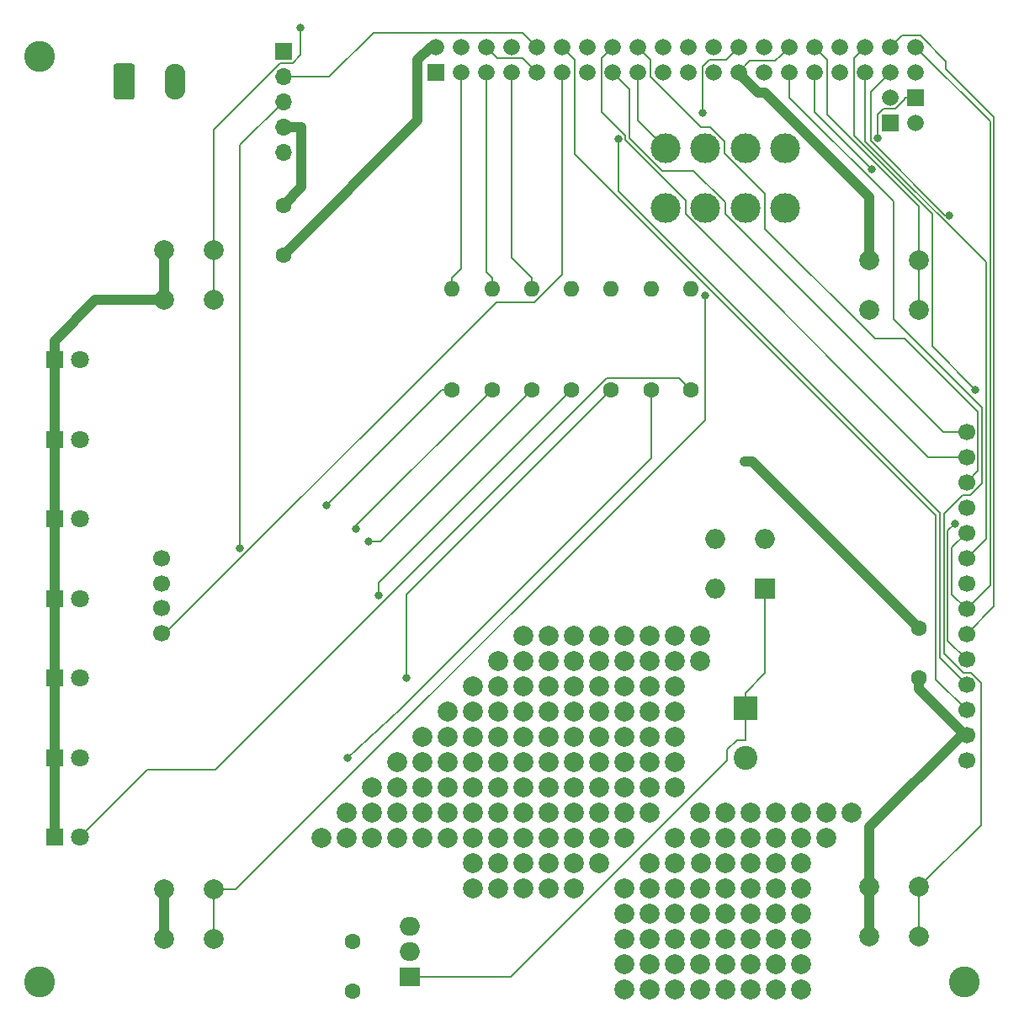
<source format=gbr>
G04 #@! TF.GenerationSoftware,KiCad,Pcbnew,5.0.1*
G04 #@! TF.CreationDate,2019-02-23T18:21:50+01:00*
G04 #@! TF.ProjectId,display,646973706C61792E6B696361645F7063,rev?*
G04 #@! TF.SameCoordinates,Original*
G04 #@! TF.FileFunction,Copper,L2,Bot,Signal*
G04 #@! TF.FilePolarity,Positive*
%FSLAX46Y46*%
G04 Gerber Fmt 4.6, Leading zero omitted, Abs format (unit mm)*
G04 Created by KiCad (PCBNEW 5.0.1) date Sat 23 Feb 2019 18:21:50 CET*
%MOMM*%
%LPD*%
G01*
G04 APERTURE LIST*
G04 #@! TA.AperFunction,ComponentPad*
%ADD10C,1.700000*%
G04 #@! TD*
G04 #@! TA.AperFunction,ComponentPad*
%ADD11C,2.000000*%
G04 #@! TD*
G04 #@! TA.AperFunction,ComponentPad*
%ADD12C,1.600000*%
G04 #@! TD*
G04 #@! TA.AperFunction,ComponentPad*
%ADD13R,1.800000X1.800000*%
G04 #@! TD*
G04 #@! TA.AperFunction,ComponentPad*
%ADD14C,1.800000*%
G04 #@! TD*
G04 #@! TA.AperFunction,ComponentPad*
%ADD15O,1.600000X1.600000*%
G04 #@! TD*
G04 #@! TA.AperFunction,ComponentPad*
%ADD16C,3.000000*%
G04 #@! TD*
G04 #@! TA.AperFunction,ComponentPad*
%ADD17R,2.400000X2.400000*%
G04 #@! TD*
G04 #@! TA.AperFunction,ComponentPad*
%ADD18C,2.400000*%
G04 #@! TD*
G04 #@! TA.AperFunction,ComponentPad*
%ADD19O,2.000000X2.000000*%
G04 #@! TD*
G04 #@! TA.AperFunction,ComponentPad*
%ADD20R,2.000000X2.000000*%
G04 #@! TD*
G04 #@! TA.AperFunction,ComponentPad*
%ADD21R,1.665000X1.665000*%
G04 #@! TD*
G04 #@! TA.AperFunction,ComponentPad*
%ADD22C,1.665000*%
G04 #@! TD*
G04 #@! TA.AperFunction,Conductor*
%ADD23C,0.100000*%
G04 #@! TD*
G04 #@! TA.AperFunction,ComponentPad*
%ADD24C,2.080000*%
G04 #@! TD*
G04 #@! TA.AperFunction,ComponentPad*
%ADD25O,2.080000X3.600000*%
G04 #@! TD*
G04 #@! TA.AperFunction,ComponentPad*
%ADD26R,1.700000X1.700000*%
G04 #@! TD*
G04 #@! TA.AperFunction,ComponentPad*
%ADD27O,1.700000X1.700000*%
G04 #@! TD*
G04 #@! TA.AperFunction,ComponentPad*
%ADD28O,2.000000X1.905000*%
G04 #@! TD*
G04 #@! TA.AperFunction,ComponentPad*
%ADD29R,2.000000X1.905000*%
G04 #@! TD*
G04 #@! TA.AperFunction,ViaPad*
%ADD30C,3.100000*%
G04 #@! TD*
G04 #@! TA.AperFunction,ViaPad*
%ADD31C,0.800000*%
G04 #@! TD*
G04 #@! TA.AperFunction,ViaPad*
%ADD32C,1.000000*%
G04 #@! TD*
G04 #@! TA.AperFunction,Conductor*
%ADD33C,0.200000*%
G04 #@! TD*
G04 #@! TA.AperFunction,Conductor*
%ADD34C,1.000000*%
G04 #@! TD*
G04 APERTURE END LIST*
D10*
G04 #@! TO.P,TFT\002A\002A,16*
G04 #@! TO.N,N/C*
X100750000Y-108940000D03*
G04 #@! TO.P,TFT\002A\002A,15*
X100750000Y-111480000D03*
G04 #@! TO.P,TFT\002A\002A,18*
X100750000Y-103940000D03*
G04 #@! TO.P,TFT\002A\002A,17*
X100750000Y-106480000D03*
G04 #@! TO.P,TFT\002A\002A,14*
X181750000Y-124260000D03*
G04 #@! TO.P,TFT\002A\002A,9*
X181750000Y-111560000D03*
G04 #@! TO.P,TFT\002A\002A,12*
X181750000Y-119180000D03*
G04 #@! TO.P,TFT\002A\002A,13*
X181750000Y-121720000D03*
G04 #@! TO.P,TFT\002A\002A,10*
X181750000Y-114100000D03*
G04 #@! TO.P,TFT\002A\002A,11*
X181750000Y-116640000D03*
G04 #@! TO.P,TFT\002A\002A,8*
X181750000Y-109020000D03*
G04 #@! TO.P,TFT\002A\002A,7*
X181750000Y-106480000D03*
G04 #@! TO.P,TFT\002A\002A,6*
X181750000Y-103940000D03*
G04 #@! TO.P,TFT\002A\002A,5*
X181750000Y-101400000D03*
G04 #@! TO.P,TFT\002A\002A,4*
X181750000Y-98860000D03*
G04 #@! TO.P,TFT\002A\002A,3*
X181750000Y-96320000D03*
G04 #@! TO.P,TFT\002A\002A,2*
X181750000Y-93780000D03*
G04 #@! TO.P,TFT\002A\002A,1*
X181750000Y-91240000D03*
G04 #@! TD*
D11*
G04 #@! TO.P,REF\002A\002A,1*
G04 #@! TO.N,GND*
X132080000Y-137160000D03*
G04 #@! TD*
G04 #@! TO.P,REF\002A\002A,1*
G04 #@! TO.N,GND*
X134620000Y-137160000D03*
G04 #@! TD*
G04 #@! TO.P,REF\002A\002A,1*
G04 #@! TO.N,GND*
X137160000Y-137160000D03*
G04 #@! TD*
G04 #@! TO.P,REF\002A\002A,1*
G04 #@! TO.N,GND*
X139700000Y-137160000D03*
G04 #@! TD*
G04 #@! TO.P,REF\002A\002A,1*
G04 #@! TO.N,GND*
X142240000Y-137160000D03*
G04 #@! TD*
G04 #@! TO.P,REF\002A\002A,1*
G04 #@! TO.N,+5V*
X144780000Y-134620000D03*
G04 #@! TD*
G04 #@! TO.P,REF\002A\002A,1*
G04 #@! TO.N,+5V*
X142240000Y-134620000D03*
G04 #@! TD*
G04 #@! TO.P,REF\002A\002A,1*
G04 #@! TO.N,+5V*
X139700000Y-134620000D03*
G04 #@! TD*
G04 #@! TO.P,REF\002A\002A,1*
G04 #@! TO.N,+5V*
X137160000Y-134620000D03*
G04 #@! TD*
G04 #@! TO.P,REF\002A\002A,1*
G04 #@! TO.N,+5V*
X134620000Y-134620000D03*
G04 #@! TD*
G04 #@! TO.P,REF\002A\002A,1*
G04 #@! TO.N,+5V*
X132080000Y-134620000D03*
G04 #@! TD*
G04 #@! TO.P,REF\002A\002A,1*
G04 #@! TO.N,GND*
X165100000Y-137160000D03*
G04 #@! TD*
G04 #@! TO.P,REF\002A\002A,1*
G04 #@! TO.N,GND*
X162560000Y-137160000D03*
G04 #@! TD*
G04 #@! TO.P,REF\002A\002A,1*
G04 #@! TO.N,GND*
X160020000Y-137160000D03*
G04 #@! TD*
G04 #@! TO.P,REF\002A\002A,1*
G04 #@! TO.N,GND*
X157480000Y-137160000D03*
G04 #@! TD*
G04 #@! TO.P,REF\002A\002A,1*
G04 #@! TO.N,GND*
X154940000Y-137160000D03*
G04 #@! TD*
G04 #@! TO.P,REF\002A\002A,1*
G04 #@! TO.N,GND*
X152400000Y-137160000D03*
G04 #@! TD*
G04 #@! TO.P,REF\002A\002A,1*
G04 #@! TO.N,GND*
X147320000Y-137160000D03*
G04 #@! TD*
G04 #@! TO.P,REF\002A\002A,1*
G04 #@! TO.N,GND*
X149860000Y-137160000D03*
G04 #@! TD*
G04 #@! TO.P,REF\002A\002A,1*
G04 #@! TO.N,+5V*
X165100000Y-134620000D03*
G04 #@! TD*
G04 #@! TO.P,REF\002A\002A,1*
G04 #@! TO.N,+5V*
X162560000Y-134620000D03*
G04 #@! TD*
G04 #@! TO.P,REF\002A\002A,1*
G04 #@! TO.N,+5V*
X160020000Y-134620000D03*
G04 #@! TD*
G04 #@! TO.P,REF\002A\002A,1*
G04 #@! TO.N,+5V*
X157480000Y-134620000D03*
G04 #@! TD*
G04 #@! TO.P,REF\002A\002A,1*
G04 #@! TO.N,+5V*
X155000000Y-134620000D03*
G04 #@! TD*
G04 #@! TO.P,REF\002A\002A,1*
G04 #@! TO.N,+5V*
X152400000Y-134620000D03*
G04 #@! TD*
G04 #@! TO.P,REF\002A\002A,1*
G04 #@! TO.N,+5V*
X149860000Y-134620000D03*
G04 #@! TD*
G04 #@! TO.P,REF\002A\002A,1*
G04 #@! TO.N,N/C*
X165100000Y-132080000D03*
G04 #@! TD*
G04 #@! TO.P,REF\002A\002A,1*
G04 #@! TO.N,N/C*
X154940000Y-132080000D03*
G04 #@! TD*
G04 #@! TO.P,REF\002A\002A,1*
G04 #@! TO.N,N/C*
X160020000Y-132080000D03*
G04 #@! TD*
G04 #@! TO.P,REF\002A\002A,1*
G04 #@! TO.N,N/C*
X157480000Y-132080000D03*
G04 #@! TD*
G04 #@! TO.P,REF\002A\002A,1*
G04 #@! TO.N,N/C*
X162560000Y-132080000D03*
G04 #@! TD*
G04 #@! TO.P,REF\002A\002A,1*
G04 #@! TO.N,N/C*
X152400000Y-132080000D03*
G04 #@! TD*
G04 #@! TO.P,REF\002A\002A,1*
G04 #@! TO.N,N/C*
X165100000Y-144780000D03*
G04 #@! TD*
G04 #@! TO.P,REF\002A\002A,1*
G04 #@! TO.N,N/C*
X162560000Y-142240000D03*
G04 #@! TD*
G04 #@! TO.P,REF\002A\002A,1*
G04 #@! TO.N,N/C*
X165100000Y-147320000D03*
G04 #@! TD*
G04 #@! TO.P,REF\002A\002A,1*
G04 #@! TO.N,N/C*
X160020000Y-144780000D03*
G04 #@! TD*
G04 #@! TO.P,REF\002A\002A,1*
G04 #@! TO.N,N/C*
X160020000Y-147320000D03*
G04 #@! TD*
G04 #@! TO.P,REF\002A\002A,1*
G04 #@! TO.N,N/C*
X162560000Y-147320000D03*
G04 #@! TD*
G04 #@! TO.P,REF\002A\002A,1*
G04 #@! TO.N,N/C*
X160020000Y-139700000D03*
G04 #@! TD*
G04 #@! TO.P,REF\002A\002A,1*
G04 #@! TO.N,N/C*
X157480000Y-147320000D03*
G04 #@! TD*
G04 #@! TO.P,REF\002A\002A,1*
G04 #@! TO.N,N/C*
X160020000Y-142240000D03*
G04 #@! TD*
G04 #@! TO.P,REF\002A\002A,1*
G04 #@! TO.N,N/C*
X165100000Y-142240000D03*
G04 #@! TD*
G04 #@! TO.P,REF\002A\002A,1*
G04 #@! TO.N,N/C*
X162560000Y-139700000D03*
G04 #@! TD*
G04 #@! TO.P,REF\002A\002A,1*
G04 #@! TO.N,N/C*
X157480000Y-139700000D03*
G04 #@! TD*
G04 #@! TO.P,REF\002A\002A,1*
G04 #@! TO.N,N/C*
X157480000Y-142240000D03*
G04 #@! TD*
G04 #@! TO.P,REF\002A\002A,1*
G04 #@! TO.N,N/C*
X165100000Y-139700000D03*
G04 #@! TD*
G04 #@! TO.P,REF\002A\002A,1*
G04 #@! TO.N,N/C*
X162560000Y-144780000D03*
G04 #@! TD*
G04 #@! TO.P,REF\002A\002A,1*
G04 #@! TO.N,N/C*
X157480000Y-144780000D03*
G04 #@! TD*
G04 #@! TO.P,REF\002A\002A,1*
G04 #@! TO.N,N/C*
X167640000Y-132080000D03*
G04 #@! TD*
G04 #@! TO.P,REF\002A\002A,1*
G04 #@! TO.N,N/C*
X124460000Y-124460000D03*
G04 #@! TD*
G04 #@! TO.P,REF\002A\002A,1*
G04 #@! TO.N,N/C*
X119380000Y-129540000D03*
G04 #@! TD*
G04 #@! TO.P,REF\002A\002A,1*
G04 #@! TO.N,N/C*
X121920000Y-127000000D03*
G04 #@! TD*
G04 #@! TO.P,REF\002A\002A,1*
G04 #@! TO.N,N/C*
X124460000Y-127000000D03*
G04 #@! TD*
G04 #@! TO.P,REF\002A\002A,1*
G04 #@! TO.N,N/C*
X121920000Y-129540000D03*
G04 #@! TD*
G04 #@! TO.P,REF\002A\002A,1*
G04 #@! TO.N,N/C*
X124460000Y-129540000D03*
G04 #@! TD*
G04 #@! TO.P,REF\002A\002A,1*
G04 #@! TO.N,N/C*
X167640000Y-129540000D03*
G04 #@! TD*
G04 #@! TO.P,REF\002A\002A,1*
G04 #@! TO.N,N/C*
X170180000Y-129540000D03*
G04 #@! TD*
G04 #@! TO.P,REF\002A\002A,1*
G04 #@! TO.N,N/C*
X162560000Y-129540000D03*
G04 #@! TD*
G04 #@! TO.P,REF\002A\002A,1*
G04 #@! TO.N,N/C*
X165100000Y-129540000D03*
G04 #@! TD*
G04 #@! TO.P,REF\002A\002A,1*
G04 #@! TO.N,N/C*
X157480000Y-129540000D03*
G04 #@! TD*
G04 #@! TO.P,REF\002A\002A,1*
G04 #@! TO.N,N/C*
X160020000Y-129540000D03*
G04 #@! TD*
G04 #@! TO.P,REF\002A\002A,1*
G04 #@! TO.N,N/C*
X142240000Y-132080000D03*
G04 #@! TD*
G04 #@! TO.P,REF\002A\002A,1*
G04 #@! TO.N,N/C*
X147320000Y-132080000D03*
G04 #@! TD*
G04 #@! TO.P,REF\002A\002A,1*
G04 #@! TO.N,N/C*
X144780000Y-132080000D03*
G04 #@! TD*
G04 #@! TO.P,REF\002A\002A,1*
G04 #@! TO.N,N/C*
X139700000Y-132080000D03*
G04 #@! TD*
G04 #@! TO.P,REF\002A\002A,1*
G04 #@! TO.N,N/C*
X129540000Y-132080000D03*
G04 #@! TD*
G04 #@! TO.P,REF\002A\002A,1*
G04 #@! TO.N,N/C*
X137160000Y-132080000D03*
G04 #@! TD*
G04 #@! TO.P,REF\002A\002A,1*
G04 #@! TO.N,N/C*
X134620000Y-132080000D03*
G04 #@! TD*
G04 #@! TO.P,REF\002A\002A,1*
G04 #@! TO.N,N/C*
X119380000Y-132080000D03*
G04 #@! TD*
G04 #@! TO.P,REF\002A\002A,1*
G04 #@! TO.N,N/C*
X127000000Y-132080000D03*
G04 #@! TD*
G04 #@! TO.P,REF\002A\002A,1*
G04 #@! TO.N,N/C*
X124460000Y-132080000D03*
G04 #@! TD*
G04 #@! TO.P,REF\002A\002A,1*
G04 #@! TO.N,N/C*
X132080000Y-132080000D03*
G04 #@! TD*
G04 #@! TO.P,REF\002A\002A,1*
G04 #@! TO.N,N/C*
X121920000Y-132080000D03*
G04 #@! TD*
G04 #@! TO.P,REF\002A\002A,1*
G04 #@! TO.N,N/C*
X116840000Y-132080000D03*
G04 #@! TD*
G04 #@! TO.P,REF\002A\002A,1*
G04 #@! TO.N,N/C*
X147320000Y-142240000D03*
G04 #@! TD*
G04 #@! TO.P,REF\002A\002A,1*
G04 #@! TO.N,N/C*
X149860000Y-147320000D03*
G04 #@! TD*
G04 #@! TO.P,REF\002A\002A,1*
G04 #@! TO.N,N/C*
X152400000Y-142240000D03*
G04 #@! TD*
G04 #@! TO.P,REF\002A\002A,1*
G04 #@! TO.N,N/C*
X154940000Y-139700000D03*
G04 #@! TD*
G04 #@! TO.P,REF\002A\002A,1*
G04 #@! TO.N,N/C*
X147320000Y-139700000D03*
G04 #@! TD*
G04 #@! TO.P,REF\002A\002A,1*
G04 #@! TO.N,N/C*
X147320000Y-147320000D03*
G04 #@! TD*
G04 #@! TO.P,REF\002A\002A,1*
G04 #@! TO.N,N/C*
X154940000Y-147320000D03*
G04 #@! TD*
G04 #@! TO.P,REF\002A\002A,1*
G04 #@! TO.N,N/C*
X152400000Y-144780000D03*
G04 #@! TD*
G04 #@! TO.P,REF\002A\002A,1*
G04 #@! TO.N,N/C*
X154940000Y-142240000D03*
G04 #@! TD*
G04 #@! TO.P,REF\002A\002A,1*
G04 #@! TO.N,N/C*
X152400000Y-139700000D03*
G04 #@! TD*
G04 #@! TO.P,REF\002A\002A,1*
G04 #@! TO.N,N/C*
X149860000Y-139700000D03*
G04 #@! TD*
G04 #@! TO.P,REF\002A\002A,1*
G04 #@! TO.N,N/C*
X152400000Y-147320000D03*
G04 #@! TD*
G04 #@! TO.P,REF\002A\002A,1*
G04 #@! TO.N,N/C*
X149860000Y-144780000D03*
G04 #@! TD*
G04 #@! TO.P,REF\002A\002A,1*
G04 #@! TO.N,N/C*
X147320000Y-144780000D03*
G04 #@! TD*
G04 #@! TO.P,REF\002A\002A,1*
G04 #@! TO.N,N/C*
X154940000Y-144780000D03*
G04 #@! TD*
G04 #@! TO.P,REF\002A\002A,1*
G04 #@! TO.N,N/C*
X149860000Y-142240000D03*
G04 #@! TD*
G04 #@! TO.P,REF\002A\002A,1*
G04 #@! TO.N,N/C*
X147320000Y-124460000D03*
G04 #@! TD*
G04 #@! TO.P,REF\002A\002A,1*
G04 #@! TO.N,N/C*
X149860000Y-129540000D03*
G04 #@! TD*
G04 #@! TO.P,REF\002A\002A,1*
G04 #@! TO.N,N/C*
X152400000Y-124460000D03*
G04 #@! TD*
G04 #@! TO.P,REF\002A\002A,1*
G04 #@! TO.N,N/C*
X147320000Y-121920000D03*
G04 #@! TD*
G04 #@! TO.P,REF\002A\002A,1*
G04 #@! TO.N,N/C*
X147320000Y-129540000D03*
G04 #@! TD*
G04 #@! TO.P,REF\002A\002A,1*
G04 #@! TO.N,N/C*
X154940000Y-129540000D03*
G04 #@! TD*
G04 #@! TO.P,REF\002A\002A,1*
G04 #@! TO.N,N/C*
X152400000Y-127000000D03*
G04 #@! TD*
G04 #@! TO.P,REF\002A\002A,1*
G04 #@! TO.N,N/C*
X152400000Y-121920000D03*
G04 #@! TD*
G04 #@! TO.P,REF\002A\002A,1*
G04 #@! TO.N,N/C*
X149860000Y-121920000D03*
G04 #@! TD*
G04 #@! TO.P,REF\002A\002A,1*
G04 #@! TO.N,N/C*
X149860000Y-127000000D03*
G04 #@! TD*
G04 #@! TO.P,REF\002A\002A,1*
G04 #@! TO.N,N/C*
X147320000Y-127000000D03*
G04 #@! TD*
G04 #@! TO.P,REF\002A\002A,1*
G04 #@! TO.N,N/C*
X149860000Y-124460000D03*
G04 #@! TD*
G04 #@! TO.P,REF\002A\002A,1*
G04 #@! TO.N,N/C*
X147320000Y-114300000D03*
G04 #@! TD*
G04 #@! TO.P,REF\002A\002A,1*
G04 #@! TO.N,N/C*
X149860000Y-119380000D03*
G04 #@! TD*
G04 #@! TO.P,REF\002A\002A,1*
G04 #@! TO.N,N/C*
X152400000Y-114300000D03*
G04 #@! TD*
G04 #@! TO.P,REF\002A\002A,1*
G04 #@! TO.N,N/C*
X154940000Y-111760000D03*
G04 #@! TD*
G04 #@! TO.P,REF\002A\002A,1*
G04 #@! TO.N,N/C*
X147320000Y-111760000D03*
G04 #@! TD*
G04 #@! TO.P,REF\002A\002A,1*
G04 #@! TO.N,N/C*
X147320000Y-119380000D03*
G04 #@! TD*
G04 #@! TO.P,REF\002A\002A,1*
G04 #@! TO.N,N/C*
X152400000Y-116840000D03*
G04 #@! TD*
G04 #@! TO.P,REF\002A\002A,1*
G04 #@! TO.N,N/C*
X154940000Y-114300000D03*
G04 #@! TD*
G04 #@! TO.P,REF\002A\002A,1*
G04 #@! TO.N,N/C*
X152400000Y-111760000D03*
G04 #@! TD*
G04 #@! TO.P,REF\002A\002A,1*
G04 #@! TO.N,N/C*
X149860000Y-111760000D03*
G04 #@! TD*
G04 #@! TO.P,REF\002A\002A,1*
G04 #@! TO.N,N/C*
X152400000Y-119380000D03*
G04 #@! TD*
G04 #@! TO.P,REF\002A\002A,1*
G04 #@! TO.N,N/C*
X149860000Y-116840000D03*
G04 #@! TD*
G04 #@! TO.P,REF\002A\002A,1*
G04 #@! TO.N,N/C*
X147320000Y-116840000D03*
G04 #@! TD*
G04 #@! TO.P,REF\002A\002A,1*
G04 #@! TO.N,N/C*
X149860000Y-114300000D03*
G04 #@! TD*
G04 #@! TO.P,REF\002A\002A,1*
G04 #@! TO.N,N/C*
X129540000Y-119380000D03*
G04 #@! TD*
G04 #@! TO.P,REF\002A\002A,1*
G04 #@! TO.N,N/C*
X134620000Y-119380000D03*
G04 #@! TD*
G04 #@! TO.P,REF\002A\002A,1*
G04 #@! TO.N,N/C*
X132080000Y-116840000D03*
G04 #@! TD*
G04 #@! TO.P,REF\002A\002A,1*
G04 #@! TO.N,N/C*
X134620000Y-114300000D03*
G04 #@! TD*
G04 #@! TO.P,REF\002A\002A,1*
G04 #@! TO.N,N/C*
X132080000Y-119380000D03*
G04 #@! TD*
G04 #@! TO.P,REF\002A\002A,1*
G04 #@! TO.N,N/C*
X134620000Y-116840000D03*
G04 #@! TD*
G04 #@! TO.P,REF\002A\002A,1*
G04 #@! TO.N,N/C*
X127000000Y-124460000D03*
G04 #@! TD*
G04 #@! TO.P,REF\002A\002A,1*
G04 #@! TO.N,N/C*
X129540000Y-129540000D03*
G04 #@! TD*
G04 #@! TO.P,REF\002A\002A,1*
G04 #@! TO.N,N/C*
X132080000Y-124460000D03*
G04 #@! TD*
G04 #@! TO.P,REF\002A\002A,1*
G04 #@! TO.N,N/C*
X134620000Y-121920000D03*
G04 #@! TD*
G04 #@! TO.P,REF\002A\002A,1*
G04 #@! TO.N,N/C*
X127000000Y-121920000D03*
G04 #@! TD*
G04 #@! TO.P,REF\002A\002A,1*
G04 #@! TO.N,N/C*
X127000000Y-129540000D03*
G04 #@! TD*
G04 #@! TO.P,REF\002A\002A,1*
G04 #@! TO.N,N/C*
X134620000Y-129540000D03*
G04 #@! TD*
G04 #@! TO.P,REF\002A\002A,1*
G04 #@! TO.N,N/C*
X132080000Y-127000000D03*
G04 #@! TD*
G04 #@! TO.P,REF\002A\002A,1*
G04 #@! TO.N,N/C*
X134620000Y-124460000D03*
G04 #@! TD*
G04 #@! TO.P,REF\002A\002A,1*
G04 #@! TO.N,N/C*
X132080000Y-121920000D03*
G04 #@! TD*
G04 #@! TO.P,REF\002A\002A,1*
G04 #@! TO.N,N/C*
X129540000Y-121920000D03*
G04 #@! TD*
G04 #@! TO.P,REF\002A\002A,1*
G04 #@! TO.N,N/C*
X132080000Y-129540000D03*
G04 #@! TD*
G04 #@! TO.P,REF\002A\002A,1*
G04 #@! TO.N,N/C*
X129540000Y-127000000D03*
G04 #@! TD*
G04 #@! TO.P,REF\002A\002A,1*
G04 #@! TO.N,N/C*
X127000000Y-127000000D03*
G04 #@! TD*
G04 #@! TO.P,REF\002A\002A,1*
G04 #@! TO.N,N/C*
X134620000Y-127000000D03*
G04 #@! TD*
G04 #@! TO.P,REF\002A\002A,1*
G04 #@! TO.N,N/C*
X129540000Y-124460000D03*
G04 #@! TD*
G04 #@! TO.P,REF\002A\002A,1*
G04 #@! TO.N,N/C*
X137160000Y-124460000D03*
G04 #@! TD*
G04 #@! TO.P,REF\002A\002A,1*
G04 #@! TO.N,N/C*
X139700000Y-129540000D03*
G04 #@! TD*
G04 #@! TO.P,REF\002A\002A,1*
G04 #@! TO.N,N/C*
X142240000Y-124460000D03*
G04 #@! TD*
G04 #@! TO.P,REF\002A\002A,1*
G04 #@! TO.N,N/C*
X144780000Y-121920000D03*
G04 #@! TD*
G04 #@! TO.P,REF\002A\002A,1*
G04 #@! TO.N,N/C*
X137160000Y-121920000D03*
G04 #@! TD*
G04 #@! TO.P,REF\002A\002A,1*
G04 #@! TO.N,N/C*
X137160000Y-129540000D03*
G04 #@! TD*
G04 #@! TO.P,REF\002A\002A,1*
G04 #@! TO.N,N/C*
X144780000Y-129540000D03*
G04 #@! TD*
G04 #@! TO.P,REF\002A\002A,1*
G04 #@! TO.N,N/C*
X142240000Y-127000000D03*
G04 #@! TD*
G04 #@! TO.P,REF\002A\002A,1*
G04 #@! TO.N,N/C*
X144780000Y-124460000D03*
G04 #@! TD*
G04 #@! TO.P,REF\002A\002A,1*
G04 #@! TO.N,N/C*
X142240000Y-121920000D03*
G04 #@! TD*
G04 #@! TO.P,REF\002A\002A,1*
G04 #@! TO.N,N/C*
X139700000Y-121920000D03*
G04 #@! TD*
G04 #@! TO.P,REF\002A\002A,1*
G04 #@! TO.N,N/C*
X142240000Y-129540000D03*
G04 #@! TD*
G04 #@! TO.P,REF\002A\002A,1*
G04 #@! TO.N,N/C*
X139700000Y-127000000D03*
G04 #@! TD*
G04 #@! TO.P,REF\002A\002A,1*
G04 #@! TO.N,N/C*
X137160000Y-127000000D03*
G04 #@! TD*
G04 #@! TO.P,REF\002A\002A,1*
G04 #@! TO.N,N/C*
X144780000Y-127000000D03*
G04 #@! TD*
G04 #@! TO.P,REF\002A\002A,1*
G04 #@! TO.N,N/C*
X139700000Y-124460000D03*
G04 #@! TD*
G04 #@! TO.P,REF\002A\002A,1*
G04 #@! TO.N,N/C*
X137160000Y-114300000D03*
G04 #@! TD*
G04 #@! TO.P,REF\002A\002A,1*
G04 #@! TO.N,N/C*
X139700000Y-119380000D03*
G04 #@! TD*
G04 #@! TO.P,REF\002A\002A,1*
G04 #@! TO.N,N/C*
X142240000Y-114300000D03*
G04 #@! TD*
G04 #@! TO.P,REF\002A\002A,1*
G04 #@! TO.N,N/C*
X144780000Y-111760000D03*
G04 #@! TD*
G04 #@! TO.P,REF\002A\002A,1*
G04 #@! TO.N,N/C*
X137160000Y-111760000D03*
G04 #@! TD*
G04 #@! TO.P,REF\002A\002A,1*
G04 #@! TO.N,N/C*
X137160000Y-119380000D03*
G04 #@! TD*
G04 #@! TO.P,REF\002A\002A,1*
G04 #@! TO.N,N/C*
X144780000Y-119380000D03*
G04 #@! TD*
G04 #@! TO.P,REF\002A\002A,1*
G04 #@! TO.N,N/C*
X142240000Y-116840000D03*
G04 #@! TD*
G04 #@! TO.P,REF\002A\002A,1*
G04 #@! TO.N,N/C*
X144780000Y-114300000D03*
G04 #@! TD*
G04 #@! TO.P,REF\002A\002A,1*
G04 #@! TO.N,N/C*
X142240000Y-111760000D03*
G04 #@! TD*
G04 #@! TO.P,REF\002A\002A,1*
G04 #@! TO.N,N/C*
X139700000Y-111760000D03*
G04 #@! TD*
G04 #@! TO.P,REF\002A\002A,1*
G04 #@! TO.N,N/C*
X142240000Y-119380000D03*
G04 #@! TD*
G04 #@! TO.P,REF\002A\002A,1*
G04 #@! TO.N,N/C*
X139700000Y-116840000D03*
G04 #@! TD*
G04 #@! TO.P,REF\002A\002A,1*
G04 #@! TO.N,N/C*
X137160000Y-116840000D03*
G04 #@! TD*
G04 #@! TO.P,REF\002A\002A,1*
G04 #@! TO.N,N/C*
X144780000Y-116840000D03*
G04 #@! TD*
G04 #@! TO.P,REF\002A\002A,1*
G04 #@! TO.N,N/C*
X139700000Y-114300000D03*
G04 #@! TD*
G04 #@! TO.P,SW3,1*
G04 #@! TO.N,GND*
X101000000Y-137250000D03*
G04 #@! TO.P,SW3,2*
G04 #@! TO.N,Net-(IC1-Pad31)*
X106000000Y-137250000D03*
G04 #@! TO.P,SW3,4*
X106000000Y-142250000D03*
G04 #@! TO.P,SW3,3*
G04 #@! TO.N,GND*
X101000000Y-142250000D03*
G04 #@! TD*
D12*
G04 #@! TO.P,C2,1*
G04 #@! TO.N,Net-(C1-Pad1)*
X120000000Y-147500000D03*
G04 #@! TO.P,C2,2*
G04 #@! TO.N,GND*
X120000000Y-142500000D03*
G04 #@! TD*
D13*
G04 #@! TO.P,D7,1*
G04 #@! TO.N,GND*
X90000000Y-124000000D03*
D14*
G04 #@! TO.P,D7,2*
G04 #@! TO.N,Net-(D7-Pad2)*
X92540000Y-124000000D03*
G04 #@! TD*
G04 #@! TO.P,D2,2*
G04 #@! TO.N,Net-(D2-Pad2)*
X92540000Y-84000000D03*
D13*
G04 #@! TO.P,D2,1*
G04 #@! TO.N,GND*
X90000000Y-84000000D03*
G04 #@! TD*
G04 #@! TO.P,D3,1*
G04 #@! TO.N,GND*
X90000000Y-92000000D03*
D14*
G04 #@! TO.P,D3,2*
G04 #@! TO.N,Net-(D3-Pad2)*
X92540000Y-92000000D03*
G04 #@! TD*
G04 #@! TO.P,D4,2*
G04 #@! TO.N,Net-(D4-Pad2)*
X92540000Y-100000000D03*
D13*
G04 #@! TO.P,D4,1*
G04 #@! TO.N,GND*
X90000000Y-100000000D03*
G04 #@! TD*
G04 #@! TO.P,D6,1*
G04 #@! TO.N,GND*
X90000000Y-116000000D03*
D14*
G04 #@! TO.P,D6,2*
G04 #@! TO.N,Net-(D6-Pad2)*
X92540000Y-116000000D03*
G04 #@! TD*
G04 #@! TO.P,D5,2*
G04 #@! TO.N,Net-(D5-Pad2)*
X92540000Y-108000000D03*
D13*
G04 #@! TO.P,D5,1*
G04 #@! TO.N,GND*
X90000000Y-108000000D03*
G04 #@! TD*
G04 #@! TO.P,D8,1*
G04 #@! TO.N,GND*
X90000000Y-132000000D03*
D14*
G04 #@! TO.P,D8,2*
G04 #@! TO.N,Net-(D8-Pad2)*
X92540000Y-132000000D03*
G04 #@! TD*
D12*
G04 #@! TO.P,R7,1*
G04 #@! TO.N,Net-(D8-Pad2)*
X154000000Y-87000000D03*
D15*
G04 #@! TO.P,R7,2*
G04 #@! TO.N,Net-(IC1-Pad24)*
X154000000Y-76840000D03*
G04 #@! TD*
G04 #@! TO.P,R5,2*
G04 #@! TO.N,Net-(IC1-Pad21)*
X146000000Y-76840000D03*
D12*
G04 #@! TO.P,R5,1*
G04 #@! TO.N,Net-(D6-Pad2)*
X146000000Y-87000000D03*
G04 #@! TD*
G04 #@! TO.P,R4,1*
G04 #@! TO.N,Net-(D5-Pad2)*
X142000000Y-87000000D03*
D15*
G04 #@! TO.P,R4,2*
G04 #@! TO.N,Net-(IC1-Pad19)*
X142000000Y-76840000D03*
G04 #@! TD*
G04 #@! TO.P,R1,2*
G04 #@! TO.N,Net-(IC1-Pad3)*
X130000000Y-76840000D03*
D12*
G04 #@! TO.P,R1,1*
G04 #@! TO.N,Net-(D2-Pad2)*
X130000000Y-87000000D03*
G04 #@! TD*
G04 #@! TO.P,R2,1*
G04 #@! TO.N,Net-(D3-Pad2)*
X134000000Y-87000000D03*
D15*
G04 #@! TO.P,R2,2*
G04 #@! TO.N,Net-(IC1-Pad5)*
X134000000Y-76840000D03*
G04 #@! TD*
G04 #@! TO.P,R3,2*
G04 #@! TO.N,Net-(IC1-Pad7)*
X138000000Y-76840000D03*
D12*
G04 #@! TO.P,R3,1*
G04 #@! TO.N,Net-(D4-Pad2)*
X138000000Y-87000000D03*
G04 #@! TD*
G04 #@! TO.P,R6,1*
G04 #@! TO.N,Net-(D7-Pad2)*
X150000000Y-87000000D03*
D15*
G04 #@! TO.P,R6,2*
G04 #@! TO.N,Net-(IC1-Pad23)*
X150000000Y-76840000D03*
G04 #@! TD*
D16*
G04 #@! TO.P,TP14,1*
G04 #@! TO.N,Net-(IC1-Pad43)*
X155500000Y-62750000D03*
G04 #@! TD*
G04 #@! TO.P,TP13,1*
G04 #@! TO.N,Net-(IC1-Pad42)*
X163500000Y-68750000D03*
G04 #@! TD*
G04 #@! TO.P,TP12,1*
G04 #@! TO.N,Net-(IC1-Pad41)*
X159500000Y-62750000D03*
G04 #@! TD*
G04 #@! TO.P,TP11,1*
G04 #@! TO.N,Net-(IC1-Pad28)*
X159500000Y-68750000D03*
G04 #@! TD*
G04 #@! TO.P,TP10,1*
G04 #@! TO.N,Net-(IC1-Pad27)*
X155500000Y-68750000D03*
G04 #@! TD*
G04 #@! TO.P,TP9,1*
G04 #@! TO.N,Net-(IC1-Pad26)*
X151500000Y-68750000D03*
G04 #@! TD*
G04 #@! TO.P,TP1,1*
G04 #@! TO.N,Net-(IC1-Pad1)*
X151500000Y-62750000D03*
G04 #@! TD*
G04 #@! TO.P,TP15,1*
G04 #@! TO.N,Net-(IC1-Pad44)*
X163500000Y-62750000D03*
G04 #@! TD*
D11*
G04 #@! TO.P,SW4,3*
G04 #@! TO.N,GND*
X172000000Y-142000000D03*
G04 #@! TO.P,SW4,4*
G04 #@! TO.N,Net-(IC1-Pad29)*
X177000000Y-142000000D03*
G04 #@! TO.P,SW4,2*
X177000000Y-137000000D03*
G04 #@! TO.P,SW4,1*
G04 #@! TO.N,GND*
X172000000Y-137000000D03*
G04 #@! TD*
G04 #@! TO.P,SW2,3*
G04 #@! TO.N,GND*
X172000000Y-79000000D03*
G04 #@! TO.P,SW2,4*
G04 #@! TO.N,Net-(IC1-Pad32)*
X177000000Y-79000000D03*
G04 #@! TO.P,SW2,2*
X177000000Y-74000000D03*
G04 #@! TO.P,SW2,1*
G04 #@! TO.N,GND*
X172000000Y-74000000D03*
G04 #@! TD*
G04 #@! TO.P,SW1,1*
G04 #@! TO.N,GND*
X101000000Y-73000000D03*
G04 #@! TO.P,SW1,2*
G04 #@! TO.N,Net-(IC1-Pad33)*
X106000000Y-73000000D03*
G04 #@! TO.P,SW1,4*
X106000000Y-78000000D03*
G04 #@! TO.P,SW1,3*
G04 #@! TO.N,GND*
X101000000Y-78000000D03*
G04 #@! TD*
D17*
G04 #@! TO.P,C1,1*
G04 #@! TO.N,Net-(C1-Pad1)*
X159500000Y-119000000D03*
D18*
G04 #@! TO.P,C1,2*
G04 #@! TO.N,GND*
X159500000Y-124000000D03*
G04 #@! TD*
D12*
G04 #@! TO.P,C3,2*
G04 #@! TO.N,GND*
X177000000Y-116000000D03*
G04 #@! TO.P,C3,1*
G04 #@! TO.N,+5V*
X177000000Y-111000000D03*
G04 #@! TD*
G04 #@! TO.P,C4,1*
G04 #@! TO.N,+5V*
X113000000Y-73500000D03*
G04 #@! TO.P,C4,2*
G04 #@! TO.N,GND*
X113000000Y-68500000D03*
G04 #@! TD*
D19*
G04 #@! TO.P,D1,4*
G04 #@! TO.N,Net-(D1-Pad4)*
X161500000Y-102000000D03*
G04 #@! TO.P,D1,2*
G04 #@! TO.N,Net-(D1-Pad2)*
X156500000Y-107000000D03*
G04 #@! TO.P,D1,3*
G04 #@! TO.N,GND*
X156500000Y-102000000D03*
D20*
G04 #@! TO.P,D1,1*
G04 #@! TO.N,Net-(C1-Pad1)*
X161500000Y-107000000D03*
G04 #@! TD*
D21*
G04 #@! TO.P,IC1,1*
G04 #@! TO.N,Net-(IC1-Pad1)*
X128370000Y-55080000D03*
D22*
G04 #@! TO.P,IC1,2*
G04 #@! TO.N,+5V*
X128370000Y-52540000D03*
G04 #@! TO.P,IC1,3*
G04 #@! TO.N,Net-(IC1-Pad3)*
X130910000Y-55080000D03*
G04 #@! TO.P,IC1,4*
G04 #@! TO.N,+5V*
X130910000Y-52540000D03*
G04 #@! TO.P,IC1,5*
G04 #@! TO.N,Net-(IC1-Pad5)*
X133450000Y-55080000D03*
G04 #@! TO.P,IC1,6*
G04 #@! TO.N,GND*
X133450000Y-52540000D03*
G04 #@! TO.P,IC1,7*
G04 #@! TO.N,Net-(IC1-Pad7)*
X135990000Y-55080000D03*
G04 #@! TO.P,IC1,8*
G04 #@! TO.N,Net-(IC1-Pad8)*
X135990000Y-52540000D03*
G04 #@! TO.P,IC1,9*
G04 #@! TO.N,GND*
X138530000Y-55080000D03*
G04 #@! TO.P,IC1,10*
G04 #@! TO.N,Net-(IC1-Pad10)*
X138530000Y-52540000D03*
G04 #@! TO.P,IC1,11*
G04 #@! TO.N,Net-(IC1-Pad11)*
X141070000Y-55080000D03*
G04 #@! TO.P,IC1,12*
G04 #@! TO.N,Net-(IC1-Pad12)*
X141070000Y-52540000D03*
G04 #@! TO.P,IC1,13*
G04 #@! TO.N,Net-(IC1-Pad13)*
X143610000Y-55080000D03*
G04 #@! TO.P,IC1,14*
G04 #@! TO.N,GND*
X143610000Y-52540000D03*
G04 #@! TO.P,IC1,15*
G04 #@! TO.N,Net-(IC1-Pad15)*
X146150000Y-55080000D03*
G04 #@! TO.P,IC1,16*
G04 #@! TO.N,Net-(IC1-Pad16)*
X146150000Y-52540000D03*
G04 #@! TO.P,IC1,17*
G04 #@! TO.N,Net-(IC1-Pad1)*
X148690000Y-55080000D03*
G04 #@! TO.P,IC1,18*
G04 #@! TO.N,Net-(IC1-Pad18)*
X148690000Y-52540000D03*
G04 #@! TO.P,IC1,19*
G04 #@! TO.N,Net-(IC1-Pad19)*
X151230000Y-55080000D03*
G04 #@! TO.P,IC1,20*
G04 #@! TO.N,GND*
X151230000Y-52540000D03*
G04 #@! TO.P,IC1,21*
G04 #@! TO.N,Net-(IC1-Pad21)*
X153770000Y-55080000D03*
G04 #@! TO.P,IC1,22*
G04 #@! TO.N,Net-(IC1-Pad22)*
X153770000Y-52540000D03*
G04 #@! TO.P,IC1,23*
G04 #@! TO.N,Net-(IC1-Pad23)*
X156310000Y-55080000D03*
G04 #@! TO.P,IC1,24*
G04 #@! TO.N,Net-(IC1-Pad24)*
X156310000Y-52540000D03*
G04 #@! TO.P,IC1,25*
G04 #@! TO.N,GND*
X158850000Y-55080000D03*
G04 #@! TO.P,IC1,26*
G04 #@! TO.N,Net-(IC1-Pad26)*
X158850000Y-52540000D03*
G04 #@! TO.P,IC1,27*
G04 #@! TO.N,Net-(IC1-Pad27)*
X161390000Y-55080000D03*
G04 #@! TO.P,IC1,28*
G04 #@! TO.N,Net-(IC1-Pad28)*
X161390000Y-52540000D03*
G04 #@! TO.P,IC1,29*
G04 #@! TO.N,Net-(IC1-Pad29)*
X163930000Y-55080000D03*
G04 #@! TO.P,IC1,30*
G04 #@! TO.N,GND*
X163930000Y-52540000D03*
G04 #@! TO.P,IC1,31*
G04 #@! TO.N,Net-(IC1-Pad31)*
X166470000Y-55080000D03*
G04 #@! TO.P,IC1,32*
G04 #@! TO.N,Net-(IC1-Pad32)*
X166470000Y-52540000D03*
G04 #@! TO.P,IC1,33*
G04 #@! TO.N,Net-(IC1-Pad33)*
X169010000Y-55080000D03*
G04 #@! TO.P,IC1,34*
G04 #@! TO.N,GND*
X169010000Y-52540000D03*
G04 #@! TO.P,IC1,35*
G04 #@! TO.N,MISO*
X171550000Y-55080000D03*
G04 #@! TO.P,IC1,36*
G04 #@! TO.N,Net-(IC1-Pad36)*
X171550000Y-52540000D03*
G04 #@! TO.P,IC1,37*
G04 #@! TO.N,Net-(IC1-Pad37)*
X174090000Y-55080000D03*
G04 #@! TO.P,IC1,38*
G04 #@! TO.N,MOSI*
X174090000Y-52540000D03*
G04 #@! TO.P,IC1,39*
G04 #@! TO.N,GND*
X176630000Y-55080000D03*
G04 #@! TO.P,IC1,40*
G04 #@! TO.N,SCK*
X176630000Y-52540000D03*
D21*
G04 #@! TO.P,IC1,41*
G04 #@! TO.N,Net-(IC1-Pad41)*
X176630000Y-57620000D03*
D22*
G04 #@! TO.P,IC1,42*
G04 #@! TO.N,Net-(IC1-Pad42)*
X174090000Y-57620000D03*
D21*
G04 #@! TO.P,IC1,43*
G04 #@! TO.N,Net-(IC1-Pad43)*
X174090000Y-60160000D03*
D22*
G04 #@! TO.P,IC1,44*
G04 #@! TO.N,Net-(IC1-Pad44)*
X176630000Y-60160000D03*
G04 #@! TD*
D23*
G04 #@! TO.N,Net-(D1-Pad2)*
G04 #@! TO.C,J1*
G36*
X97814505Y-54201204D02*
X97838773Y-54204804D01*
X97862572Y-54210765D01*
X97885671Y-54219030D01*
X97907850Y-54229520D01*
X97928893Y-54242132D01*
X97948599Y-54256747D01*
X97966777Y-54273223D01*
X97983253Y-54291401D01*
X97997868Y-54311107D01*
X98010480Y-54332150D01*
X98020970Y-54354329D01*
X98029235Y-54377428D01*
X98035196Y-54401227D01*
X98038796Y-54425495D01*
X98040000Y-54449999D01*
X98040000Y-57550001D01*
X98038796Y-57574505D01*
X98035196Y-57598773D01*
X98029235Y-57622572D01*
X98020970Y-57645671D01*
X98010480Y-57667850D01*
X97997868Y-57688893D01*
X97983253Y-57708599D01*
X97966777Y-57726777D01*
X97948599Y-57743253D01*
X97928893Y-57757868D01*
X97907850Y-57770480D01*
X97885671Y-57780970D01*
X97862572Y-57789235D01*
X97838773Y-57795196D01*
X97814505Y-57798796D01*
X97790001Y-57800000D01*
X96209999Y-57800000D01*
X96185495Y-57798796D01*
X96161227Y-57795196D01*
X96137428Y-57789235D01*
X96114329Y-57780970D01*
X96092150Y-57770480D01*
X96071107Y-57757868D01*
X96051401Y-57743253D01*
X96033223Y-57726777D01*
X96016747Y-57708599D01*
X96002132Y-57688893D01*
X95989520Y-57667850D01*
X95979030Y-57645671D01*
X95970765Y-57622572D01*
X95964804Y-57598773D01*
X95961204Y-57574505D01*
X95960000Y-57550001D01*
X95960000Y-54449999D01*
X95961204Y-54425495D01*
X95964804Y-54401227D01*
X95970765Y-54377428D01*
X95979030Y-54354329D01*
X95989520Y-54332150D01*
X96002132Y-54311107D01*
X96016747Y-54291401D01*
X96033223Y-54273223D01*
X96051401Y-54256747D01*
X96071107Y-54242132D01*
X96092150Y-54229520D01*
X96114329Y-54219030D01*
X96137428Y-54210765D01*
X96161227Y-54204804D01*
X96185495Y-54201204D01*
X96209999Y-54200000D01*
X97790001Y-54200000D01*
X97814505Y-54201204D01*
X97814505Y-54201204D01*
G37*
D24*
G04 #@! TD*
G04 #@! TO.P,J1,1*
G04 #@! TO.N,Net-(D1-Pad2)*
X97000000Y-56000000D03*
D25*
G04 #@! TO.P,J1,2*
G04 #@! TO.N,Net-(D1-Pad4)*
X102080000Y-56000000D03*
G04 #@! TD*
D26*
G04 #@! TO.P,J2,1*
G04 #@! TO.N,Net-(IC1-Pad8)*
X113000000Y-53000000D03*
D27*
G04 #@! TO.P,J2,2*
G04 #@! TO.N,Net-(IC1-Pad10)*
X113000000Y-55540000D03*
G04 #@! TO.P,J2,3*
G04 #@! TO.N,Net-(C1-Pad1)*
X113000000Y-58080000D03*
G04 #@! TO.P,J2,4*
G04 #@! TO.N,GND*
X113000000Y-60620000D03*
G04 #@! TO.P,J2,5*
G04 #@! TO.N,Net-(IC1-Pad13)*
X113000000Y-63160000D03*
G04 #@! TD*
D28*
G04 #@! TO.P,U1,3*
G04 #@! TO.N,+5V*
X125750000Y-140920000D03*
G04 #@! TO.P,U1,2*
G04 #@! TO.N,GND*
X125750000Y-143460000D03*
D29*
G04 #@! TO.P,U1,1*
G04 #@! TO.N,Net-(C1-Pad1)*
X125750000Y-146000000D03*
G04 #@! TD*
D30*
G04 #@! TO.N,*
X181500000Y-146500000D03*
X88500000Y-146500000D03*
X88500000Y-53500000D03*
D31*
G04 #@! TO.N,Net-(C1-Pad1)*
X108676500Y-102941400D03*
D32*
G04 #@! TO.N,+5V*
X159437100Y-94218400D03*
D31*
G04 #@! TO.N,Net-(IC1-Pad22)*
X146729500Y-61762600D03*
G04 #@! TO.N,Net-(IC1-Pad26)*
X155177200Y-59198400D03*
G04 #@! TO.N,Net-(IC1-Pad31)*
X155428000Y-77522800D03*
X172227000Y-64813700D03*
G04 #@! TO.N,Net-(IC1-Pad33)*
X114768900Y-50646100D03*
G04 #@! TO.N,Net-(IC1-Pad36)*
X182666200Y-86981400D03*
G04 #@! TO.N,Net-(IC1-Pad37)*
X180568100Y-100480200D03*
X180051600Y-69486000D03*
G04 #@! TO.N,Net-(IC1-Pad41)*
X172804700Y-61712000D03*
G04 #@! TO.N,Net-(D7-Pad2)*
X119500000Y-124000000D03*
G04 #@! TO.N,Net-(D4-Pad2)*
X121581700Y-102241100D03*
G04 #@! TO.N,Net-(D3-Pad2)*
X120340700Y-100991300D03*
G04 #@! TO.N,Net-(D2-Pad2)*
X117393800Y-98584100D03*
G04 #@! TO.N,Net-(D5-Pad2)*
X122631300Y-107710000D03*
G04 #@! TO.N,Net-(D6-Pad2)*
X125366000Y-116000000D03*
G04 #@! TD*
D33*
G04 #@! TO.N,Net-(C1-Pad1)*
X108676500Y-102941400D02*
X108676500Y-62403500D01*
X108676500Y-62403500D02*
X113000000Y-58080000D01*
X159500000Y-118249800D02*
X159500000Y-117499700D01*
X159500000Y-119000000D02*
X159500000Y-118249800D01*
X161500000Y-107000000D02*
X161500000Y-115499700D01*
X161500000Y-115499700D02*
X159500000Y-117499700D01*
X135940000Y-146000000D02*
X125750000Y-146000000D01*
X157699999Y-123135999D02*
X157699999Y-124240001D01*
X157699999Y-124240001D02*
X135940000Y-146000000D01*
X158635999Y-122199999D02*
X157699999Y-123135999D01*
X159500000Y-118249800D02*
X159500000Y-122199999D01*
X159500000Y-122199999D02*
X158635999Y-122199999D01*
D34*
G04 #@! TO.N,GND*
X158850000Y-55080000D02*
X158850000Y-55205800D01*
X158850000Y-55205800D02*
X160792500Y-57148300D01*
X160792500Y-57148300D02*
X161503300Y-57148300D01*
X161503300Y-57148300D02*
X172000000Y-67645000D01*
X172000000Y-67645000D02*
X172000000Y-74000000D01*
X101000000Y-142250000D02*
X101000000Y-137250000D01*
X101000000Y-78000000D02*
X94099700Y-78000000D01*
X94099700Y-78000000D02*
X90000000Y-82099700D01*
X90000000Y-84000000D02*
X90000000Y-82099700D01*
X101000000Y-78000000D02*
X101000000Y-73000000D01*
X90000000Y-116000000D02*
X90000000Y-124000000D01*
X90000000Y-108000000D02*
X90000000Y-116000000D01*
X90000000Y-100000000D02*
X90000000Y-92000000D01*
X90000000Y-108000000D02*
X90000000Y-100000000D01*
X90000000Y-132000000D02*
X90000000Y-124000000D01*
X90000000Y-84000000D02*
X90000000Y-92000000D01*
X181460400Y-121520900D02*
X181659500Y-121720000D01*
X181659500Y-121720000D02*
X181750000Y-121720000D01*
X177000000Y-116000000D02*
X177000000Y-117060500D01*
X177000000Y-117060500D02*
X181460400Y-121520900D01*
X172000000Y-137000000D02*
X172000000Y-130981300D01*
X172000000Y-130981300D02*
X181460400Y-121520900D01*
X172000000Y-142000000D02*
X172000000Y-137000000D01*
X113000000Y-60620000D02*
X114850300Y-60620000D01*
X114850300Y-60620000D02*
X114850300Y-66649700D01*
X114850300Y-66649700D02*
X113000000Y-68500000D01*
D33*
X137697501Y-54247501D02*
X138530000Y-55080000D01*
X137122501Y-53672501D02*
X137697501Y-54247501D01*
X134582501Y-53672501D02*
X137122501Y-53672501D01*
X133450000Y-52540000D02*
X134582501Y-53672501D01*
X162522501Y-53947499D02*
X163097501Y-53372499D01*
X159982501Y-53947499D02*
X162522501Y-53947499D01*
X163097501Y-53372499D02*
X163930000Y-52540000D01*
X158850000Y-55080000D02*
X159982501Y-53947499D01*
D34*
G04 #@! TO.N,+5V*
X159437100Y-94218400D02*
X160218400Y-94218400D01*
X160218400Y-94218400D02*
X177000000Y-111000000D01*
X128370000Y-52540000D02*
X127826300Y-52540000D01*
X127826300Y-52540000D02*
X126537100Y-53829200D01*
X126537100Y-53829200D02*
X126537100Y-59962900D01*
X126537100Y-59962900D02*
X113000000Y-73500000D01*
D33*
G04 #@! TO.N,Net-(IC1-Pad1)*
X151500000Y-62750000D02*
X148690000Y-59940000D01*
X148690000Y-59940000D02*
X148690000Y-55080000D01*
G04 #@! TO.N,Net-(IC1-Pad3)*
X130000000Y-76840000D02*
X130000000Y-75739700D01*
X130910000Y-55080000D02*
X130910000Y-74829700D01*
X130910000Y-74829700D02*
X130000000Y-75739700D01*
G04 #@! TO.N,Net-(IC1-Pad5)*
X134000000Y-76840000D02*
X134000000Y-75739700D01*
X133450000Y-55080000D02*
X133450000Y-75189700D01*
X133450000Y-75189700D02*
X134000000Y-75739700D01*
G04 #@! TO.N,Net-(IC1-Pad7)*
X138000000Y-76840000D02*
X138000000Y-75739700D01*
X135990000Y-55080000D02*
X135990000Y-73729700D01*
X135990000Y-73729700D02*
X138000000Y-75739700D01*
G04 #@! TO.N,Net-(IC1-Pad10)*
X113000000Y-55540000D02*
X117641500Y-55540000D01*
X117641500Y-55540000D02*
X122086700Y-51094800D01*
X122086700Y-51094800D02*
X137084800Y-51094800D01*
X137084800Y-51094800D02*
X138530000Y-52540000D01*
G04 #@! TO.N,Net-(IC1-Pad11)*
X100750000Y-111480000D02*
X101128300Y-111480000D01*
X101128300Y-111480000D02*
X134425000Y-78183300D01*
X134425000Y-78183300D02*
X138309900Y-78183300D01*
X138309900Y-78183300D02*
X141070000Y-75423200D01*
X141070000Y-75423200D02*
X141070000Y-55080000D01*
G04 #@! TO.N,Net-(IC1-Pad12)*
X141070000Y-52540000D02*
X142340000Y-53810000D01*
X142340000Y-53810000D02*
X142340000Y-63314100D01*
X142340000Y-63314100D02*
X178674700Y-99648800D01*
X178674700Y-99648800D02*
X178674700Y-116104700D01*
X178674700Y-116104700D02*
X181750000Y-119180000D01*
G04 #@! TO.N,Net-(IC1-Pad15)*
X181750000Y-91240000D02*
X179384900Y-91240000D01*
X179384900Y-91240000D02*
X157500100Y-69355200D01*
X157500100Y-69355200D02*
X157500100Y-68175100D01*
X157500100Y-68175100D02*
X154304200Y-64979200D01*
X154304200Y-64979200D02*
X151114100Y-64979200D01*
X151114100Y-64979200D02*
X147830100Y-61695200D01*
X147830100Y-61695200D02*
X147830100Y-56760100D01*
X147830100Y-56760100D02*
X146150000Y-55080000D01*
G04 #@! TO.N,Net-(IC1-Pad16)*
X181750000Y-93780000D02*
X177928700Y-93780000D01*
X177928700Y-93780000D02*
X153500100Y-69351400D01*
X153500100Y-69351400D02*
X153500100Y-67931200D01*
X153500100Y-67931200D02*
X153500000Y-67931200D01*
X153500000Y-67931200D02*
X147429800Y-61861000D01*
X147429800Y-61861000D02*
X147429800Y-61472500D01*
X147429800Y-61472500D02*
X145010300Y-59053000D01*
X145010300Y-59053000D02*
X145010300Y-53679700D01*
X145010300Y-53679700D02*
X146150000Y-52540000D01*
G04 #@! TO.N,Net-(IC1-Pad18)*
X148690000Y-52540000D02*
X149960000Y-53810000D01*
X149960000Y-53810000D02*
X149960000Y-55483200D01*
X149960000Y-55483200D02*
X155058100Y-60581300D01*
X155058100Y-60581300D02*
X155977600Y-60581300D01*
X155977600Y-60581300D02*
X157442900Y-62046600D01*
X157442900Y-62046600D02*
X157442900Y-63255900D01*
X157442900Y-63255900D02*
X161500000Y-67313000D01*
X161500000Y-67313000D02*
X161500000Y-70808700D01*
X161500000Y-70808700D02*
X172533800Y-81842500D01*
X172533800Y-81842500D02*
X175535800Y-81842500D01*
X175535800Y-81842500D02*
X182920500Y-89227200D01*
X182920500Y-89227200D02*
X182920500Y-95149500D01*
X182920500Y-95149500D02*
X181750000Y-96320000D01*
G04 #@! TO.N,Net-(IC1-Pad22)*
X146729500Y-61762600D02*
X146729500Y-67031800D01*
X146729500Y-67031800D02*
X179075000Y-99377300D01*
X179075000Y-99377300D02*
X179075000Y-113965000D01*
X179075000Y-113965000D02*
X181750000Y-116640000D01*
G04 #@! TO.N,Net-(IC1-Pad26)*
X158850000Y-52540000D02*
X157580000Y-53810000D01*
X157580000Y-53810000D02*
X155894500Y-53810000D01*
X155894500Y-53810000D02*
X155177200Y-54527300D01*
X155177200Y-54527300D02*
X155177200Y-59198400D01*
G04 #@! TO.N,Net-(IC1-Pad29)*
X163930000Y-55080000D02*
X163930000Y-57628300D01*
X163930000Y-57628300D02*
X174388900Y-68087200D01*
X174388900Y-68087200D02*
X174388900Y-79865600D01*
X174388900Y-79865600D02*
X183320800Y-88797500D01*
X183320800Y-88797500D02*
X183320800Y-96400900D01*
X183320800Y-96400900D02*
X182131700Y-97590000D01*
X182131700Y-97590000D02*
X181353800Y-97590000D01*
X181353800Y-97590000D02*
X179475300Y-99468500D01*
X179475300Y-99468500D02*
X179475300Y-113528200D01*
X179475300Y-113528200D02*
X181436700Y-115489600D01*
X181436700Y-115489600D02*
X182249000Y-115489600D01*
X182249000Y-115489600D02*
X183250300Y-116490900D01*
X183250300Y-116490900D02*
X183250300Y-130749700D01*
X183250300Y-130749700D02*
X177000000Y-137000000D01*
X177000000Y-137000000D02*
X177000000Y-142000000D01*
G04 #@! TO.N,Net-(IC1-Pad31)*
X166470000Y-55080000D02*
X166470000Y-59056700D01*
X166470000Y-59056700D02*
X172227000Y-64813700D01*
X106000000Y-142250000D02*
X106000000Y-137250000D01*
X108250000Y-137250000D02*
X106000000Y-137250000D01*
X155428000Y-77522800D02*
X155428000Y-90072000D01*
X155428000Y-90072000D02*
X108250000Y-137250000D01*
G04 #@! TO.N,Net-(IC1-Pad32)*
X166470000Y-52540000D02*
X167740000Y-53810000D01*
X167740000Y-53810000D02*
X167740000Y-59336100D01*
X167740000Y-59336100D02*
X177000000Y-68596100D01*
X177000000Y-68596100D02*
X177000000Y-74000000D01*
X177000000Y-74000000D02*
X177000000Y-79000000D01*
G04 #@! TO.N,Net-(IC1-Pad33)*
X106000000Y-73000000D02*
X106000000Y-60859800D01*
X106000000Y-60859800D02*
X112709400Y-54150400D01*
X112709400Y-54150400D02*
X113975900Y-54150400D01*
X113975900Y-54150400D02*
X114768900Y-53357400D01*
X114768900Y-53357400D02*
X114768900Y-50646100D01*
X106000000Y-78000000D02*
X106000000Y-73000000D01*
G04 #@! TO.N,MISO*
X171550000Y-55080000D02*
X171550000Y-62013900D01*
X171550000Y-62013900D02*
X183721100Y-74185000D01*
X183721100Y-74185000D02*
X183721100Y-101968900D01*
X183721100Y-101968900D02*
X181750000Y-103940000D01*
G04 #@! TO.N,Net-(IC1-Pad36)*
X171550000Y-52540000D02*
X170413700Y-53676300D01*
X170413700Y-53676300D02*
X170413700Y-61443700D01*
X170413700Y-61443700D02*
X178300400Y-69330400D01*
X178300400Y-69330400D02*
X178300400Y-82615600D01*
X178300400Y-82615600D02*
X182666200Y-86981400D01*
G04 #@! TO.N,Net-(IC1-Pad37)*
X174090000Y-55080000D02*
X172100100Y-57069900D01*
X172100100Y-57069900D02*
X172100100Y-61997900D01*
X172100100Y-61997900D02*
X179588200Y-69486000D01*
X179588200Y-69486000D02*
X180051600Y-69486000D01*
X181750000Y-114100000D02*
X179875600Y-112225600D01*
X179875600Y-112225600D02*
X179875600Y-101172700D01*
X179875600Y-101172700D02*
X180568100Y-100480200D01*
G04 #@! TO.N,MOSI*
X174090000Y-52540000D02*
X175230400Y-51399600D01*
X175230400Y-51399600D02*
X177136700Y-51399600D01*
X177136700Y-51399600D02*
X179702500Y-53965400D01*
X179702500Y-53965400D02*
X179702500Y-54777000D01*
X179702500Y-54777000D02*
X184521900Y-59596400D01*
X184521900Y-59596400D02*
X184521900Y-108788100D01*
X184521900Y-108788100D02*
X181750000Y-111560000D01*
G04 #@! TO.N,SCK*
X181750000Y-109020000D02*
X180291800Y-107561800D01*
X180291800Y-107561800D02*
X180291800Y-102858200D01*
X180291800Y-102858200D02*
X181750000Y-101400000D01*
X181750000Y-109020000D02*
X184121400Y-106648600D01*
X184121400Y-106648600D02*
X184121400Y-60031400D01*
X184121400Y-60031400D02*
X176630000Y-52540000D01*
G04 #@! TO.N,Net-(IC1-Pad41)*
X175497200Y-57620000D02*
X175497200Y-57832500D01*
X175497200Y-57832500D02*
X174576900Y-58752800D01*
X174576900Y-58752800D02*
X173373000Y-58752800D01*
X173373000Y-58752800D02*
X172804700Y-59321100D01*
X172804700Y-59321100D02*
X172804700Y-61712000D01*
X176630000Y-57620000D02*
X175497200Y-57620000D01*
G04 #@! TO.N,Net-(D7-Pad2)*
X119500000Y-124000000D02*
X124768900Y-119071100D01*
X150000000Y-93840000D02*
X150000000Y-87000000D01*
X124768900Y-119071100D02*
X150000000Y-93840000D01*
G04 #@! TO.N,Net-(D4-Pad2)*
X138000000Y-87000000D02*
X122758900Y-102241100D01*
X122758900Y-102241100D02*
X121581700Y-102241100D01*
G04 #@! TO.N,Net-(D3-Pad2)*
X134000000Y-87000000D02*
X120340700Y-100659300D01*
X120340700Y-100659300D02*
X120340700Y-100991300D01*
G04 #@! TO.N,Net-(D2-Pad2)*
X130000000Y-87000000D02*
X128977900Y-87000000D01*
X128977900Y-87000000D02*
X117393800Y-98584100D01*
G04 #@! TO.N,Net-(D5-Pad2)*
X142000000Y-87000000D02*
X122631300Y-106368700D01*
X122631300Y-106368700D02*
X122631300Y-107710000D01*
G04 #@! TO.N,Net-(D6-Pad2)*
X146000000Y-87000000D02*
X125366000Y-107634000D01*
X125366000Y-107634000D02*
X125366000Y-116000000D01*
G04 #@! TO.N,Net-(D8-Pad2)*
X154000000Y-87000000D02*
X152832100Y-85832100D01*
X152832100Y-85832100D02*
X145571600Y-85832100D01*
X145571600Y-85832100D02*
X106203300Y-125200400D01*
X106203300Y-125200400D02*
X99339600Y-125200400D01*
X99339600Y-125200400D02*
X92540000Y-132000000D01*
G04 #@! TD*
M02*

</source>
